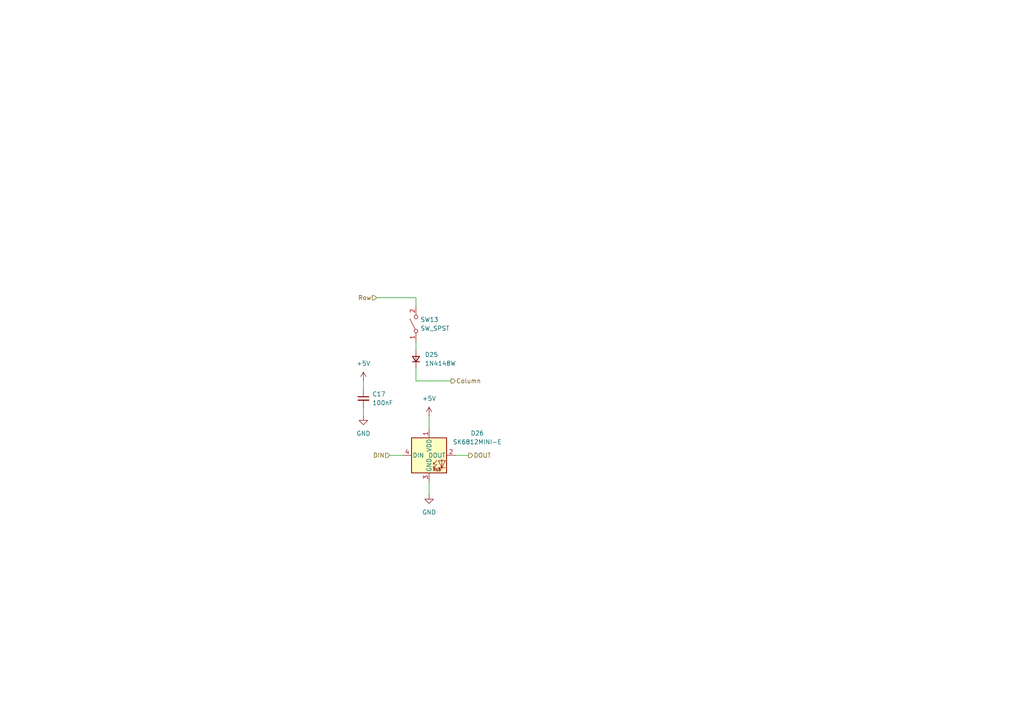
<source format=kicad_sch>
(kicad_sch (version 20250114) (generator "eeschema") (generator_version "9.0")
  (paper "A4")
  (lib_symbols
    (symbol "Device:C_Small" (pin_numbers (hide yes)) (pin_names (offset 0.254) (hide yes))
      (property "Reference" "C" (at 0.254 1.778 0))
      (property "Value" "C_Small" (at 0.254 -2.032 0))
      (symbol "C_Small_0_1"
        (polyline (pts (xy -1.524 0.508) (xy 1.524 0.508)) (stroke (width 0.3048)))
        (polyline (pts (xy -1.524 -0.508) (xy 1.524 -0.508)) (stroke (width 0.3302)))
      )
      (symbol "C_Small_1_1"
        (pin passive line (at 0 2.54 270) (length 2.032) (name "~") (number "1"))
        (pin passive line (at 0 -2.54 90) (length 2.032) (name "~") (number "2"))
      )
    )
    (symbol "Device:D_Small" (pin_numbers (hide yes)) (pin_names (offset 0.254) (hide yes))
      (property "Reference" "D" (at -1.27 2.032 0))
      (property "Value" "D_Small" (at -3.81 -2.032 0))
      (symbol "D_Small_0_1"
        (polyline (pts (xy -0.762 0) (xy 0.762 0)))
        (polyline (pts (xy -0.762 -1.016) (xy -0.762 1.016)) (stroke (width 0.254)))
        (polyline (pts (xy 0.762 -1.016) (xy -0.762 0) (xy 0.762 1.016) (xy 0.762 -1.016)) (stroke (width 0.254)))
      )
      (symbol "D_Small_1_1"
        (pin passive line (at -2.54 0 0) (length 1.778) (name "K") (number "1"))
        (pin passive line (at 2.54 0 180) (length 1.778) (name "A") (number "2"))
      )
    )
    (symbol "SW-Adafruit:SK6812MINI-E" (pin_names (offset 0.254))
      (property "Reference" "D" (at 5.08 5.715 0))
      (property "Value" "SK6812MINI-E" (at 1.27 -5.715 0))
      (symbol "SK6812MINI-E_0_0"
        (text "RGB" (at 2.286 -4.191 0) (effects (font (size 0.762 0.762))))
      )
      (symbol "SK6812MINI-E_0_1"
        (polyline (pts (xy 1.27 -2.54) (xy 1.778 -2.54)))
        (polyline (pts (xy 1.27 -3.556) (xy 1.778 -3.556)))
        (polyline (pts (xy 2.286 -1.524) (xy 1.27 -2.54) (xy 1.27 -2.032)))
        (polyline (pts (xy 2.286 -2.54) (xy 1.27 -3.556) (xy 1.27 -3.048)))
        (polyline (pts (xy 3.683 -1.016) (xy 3.683 -3.556) (xy 3.683 -4.064)))
        (polyline (pts (xy 4.699 -1.524) (xy 2.667 -1.524) (xy 3.683 -3.556) (xy 4.699 -1.524)))
        (polyline (pts (xy 4.699 -3.556) (xy 2.667 -3.556)))
        (rectangle (start 5.08 5.08) (end -5.08 -5.08) (stroke (width 0.254)) (fill (type background)))
      )
      (symbol "SK6812MINI-E_1_1"
        (pin input line (at -7.62 0 0) (length 2.54) (name "DIN") (number "4"))
        (pin power_in line (at 0 7.62 270) (length 2.54) (name "VDD") (number "1"))
        (pin power_in line (at 0 -7.62 90) (length 2.54) (name "GND") (number "3"))
        (pin output line (at 7.62 0 180) (length 2.54) (name "DOUT") (number "2"))
      )
    )
    (symbol "Switch:SW_SPST" (pin_names (offset 0) (hide yes))
      (property "Reference" "SW" (at 0 3.175 0))
      (property "Value" "SW_SPST" (at 0 -2.54 0))
      (symbol "SW_SPST_0_0"
        (circle (center -2.032 0) (radius 0.508))
        (polyline (pts (xy -1.524 0.254) (xy 1.524 1.778)))
        (circle (center 2.032 0) (radius 0.508))
      )
      (symbol "SW_SPST_1_1"
        (pin passive line (at -5.08 0 0) (length 2.54) (name "A") (number "1"))
        (pin passive line (at 5.08 0 180) (length 2.54) (name "B") (number "2"))
      )
    )
    (symbol "power:+5V" (power) (pin_numbers (hide yes)) (pin_names (offset 0) (hide yes))
      (property "Value" "+5V" (at 0 3.556 0))
      (symbol "+5V_0_1"
        (polyline (pts (xy -0.762 1.27) (xy 0 2.54)))
        (polyline (pts (xy 0 2.54) (xy 0.762 1.27)))
        (polyline (pts (xy 0 0) (xy 0 2.54)))
      )
      (symbol "+5V_1_1"
        (pin power_in line (at 0 0 90) (length 0) (name "~") (number "1"))
      )
    )
    (symbol "power:GND" (power) (pin_numbers (hide yes)) (pin_names (offset 0) (hide yes))
      (property "Value" "GND" (at 0 -3.81 0))
      (symbol "GND_0_1"
        (polyline (pts (xy 0 0) (xy 0 -1.27) (xy 1.27 -1.27) (xy 0 -2.54) (xy -1.27 -1.27) (xy 0 -1.27)))
      )
      (symbol "GND_1_1"
        (pin power_in line (at 0 0 270) (length 0) (name "~") (number "1"))
      )
    )
  )
  (wire (pts (xy 120.65 86.36) (xy 120.65 88.9)))
  (wire (pts (xy 120.65 110.49) (xy 130.81 110.49)))
  (wire (pts (xy 120.65 99.06) (xy 120.65 101.6)))
  (wire (pts (xy 132.08 132.08) (xy 135.89 132.08)))
  (wire (pts (xy 109.22 86.36) (xy 120.65 86.36)))
  (wire (pts (xy 105.41 118.11) (xy 105.41 120.65)))
  (wire (pts (xy 113.03 132.08) (xy 116.84 132.08)))
  (wire (pts (xy 124.46 139.7) (xy 124.46 143.51)))
  (wire (pts (xy 124.46 120.65) (xy 124.46 124.46)))
  (wire (pts (xy 105.41 110.49) (xy 105.41 113.03)))
  (wire (pts (xy 120.65 106.68) (xy 120.65 110.49)))
  (hierarchical_label "Column" (shape output) (at 130.81 110.49 0))
  (hierarchical_label "DIN" (shape input) (at 113.03 132.08 180))
  (hierarchical_label "Row" (shape input) (at 109.22 86.36 180))
  (hierarchical_label "DOUT" (shape output) (at 135.89 132.08 0))
  (symbol (lib_id "Device:D_Small") (at 120.65 104.14 90) (unit 1)
    (property "Reference" "D25" (at 123.19 102.8699 90) (effects (justify right)))
    (property "Value" "1N4148W" (at 123.19 105.4099 90) (effects (justify right)))
    (property "Footprint" "Diode_SMD:D_SOD-123" (effects (hide yes)))
    (property "Description" "Diode, small symbol" (effects (hide yes)))
    (property "Sim.Device" "D" (effects (hide yes)))
    (property "Sim.Pins" "1=K 2=A" (effects (hide yes)))
  )
  (symbol (lib_id "Device:C_Small") (at 105.41 115.57 0) (unit 1)
    (property "Reference" "C17" (at 107.95 114.3062 0) (effects (justify left)))
    (property "Value" "100nF" (at 107.95 116.8462 0) (effects (justify left)))
    (property "Footprint" "Capacitor_SMD:C_0805_2012Metric_Pad1.18x1.45mm_HandSolder" (effects (hide yes)))
    (property "Description" "Unpolarized capacitor, small symbol" (effects (hide yes)))
  )
  (symbol (lib_id "power:GND") (at 124.46 143.51 0) (unit 1)
    (property "Reference" "#PWR068" (effects (hide yes)))
    (property "Value" "GND" (at 124.46 148.59 0))
    (property "Description" "Power symbol creates a global label with name \"GND\" , ground" (effects (hide yes)))
  )
  (symbol (lib_id "Switch:SW_SPST") (at 120.65 93.98 90) (unit 1)
    (property "Reference" "SW13" (at 121.92 92.7099 90) (effects (justify right)))
    (property "Value" "SW_SPST" (at 121.92 95.2499 90) (effects (justify right)))
    (property "Footprint" "PCM_Switch_Keyboard_Hotswap_Kailh:SW_Hotswap_Kailh_MX_1.50u" (effects (hide yes)))
    (property "Description" "Single Pole Single Throw (SPST) switch" (effects (hide yes)))
  )
  (symbol (lib_id "SW-Adafruit:SK6812MINI-E") (at 124.46 132.08 0) (unit 1)
    (property "Reference" "D26" (at 138.43 125.6598 0))
    (property "Value" "SK6812MINI-E" (at 138.43 128.1998 0))
    (property "Footprint" "SW-Adafruit:LED_SK6812MINI-E_REVERSE_MOUNT_3.2x2.8mm_P1.09mm" (effects (hide yes)))
    (property "Datasheet" "https://cdn-shop.adafruit.com/product-files/4960/4960_SK6812MINI-E_REV02_EN.pdf" (effects (hide yes)))
    (property "Description" "RGB LED with integrated controller" (effects (hide yes)))
  )
  (symbol (lib_id "power:+5V") (at 105.41 110.49 0) (unit 1)
    (property "Reference" "#PWR065" (effects (hide yes)))
    (property "Value" "+5V" (at 105.41 105.41 0))
    (property "Description" "Power symbol creates a global label with name \"+5V\"" (effects (hide yes)))
  )
  (symbol (lib_id "power:+5V") (at 124.46 120.65 0) (unit 1)
    (property "Reference" "#PWR067" (effects (hide yes)))
    (property "Value" "+5V" (at 124.46 115.57 0))
    (property "Description" "Power symbol creates a global label with name \"+5V\"" (effects (hide yes)))
  )
  (symbol (lib_id "power:GND") (at 105.41 120.65 0) (unit 1)
    (property "Reference" "#PWR066" (effects (hide yes)))
    (property "Value" "GND" (at 105.41 125.73 0))
    (property "Description" "Power symbol creates a global label with name \"GND\" , ground" (effects (hide yes)))
  )
)
</source>
